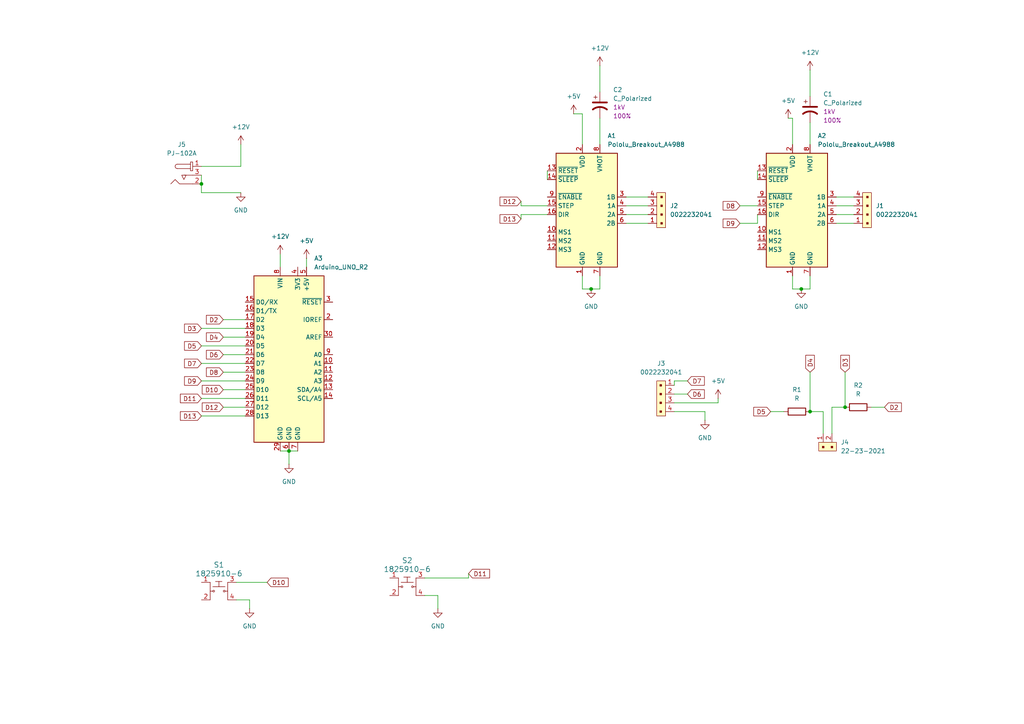
<source format=kicad_sch>
(kicad_sch (version 20231120) (generator "eeschema") (generator_version "8.0")
  (paper "A4")
  (title_block (title "FARESHARE") (date "2024-05-07") (rev "v 1.0") (company "Sussex University") (comment 1 "creativecommons.org/licenses/by/4.0/") (comment 2 "License CC BY 4.0") (comment 3 "Author Solomon Gitau"))
  (lib_symbols
    (symbol "Driver_Motor:Pololu_Breakout_A4988"
      (property "Reference" "A" (at -2.54 19.05 0))
      (property "Value" "Pololu_Breakout_A4988" (at -2.54 16.51 0))
      (symbol "Pololu_Breakout_A4988_0_1"
        (rectangle (start 10.16 -17.78) (end -7.62 15.24) (stroke (width 0.254)) (fill (type background)))
      )
      (symbol "Pololu_Breakout_A4988_1_1"
        (pin power_in line (at 0 -20.32 90) (length 2.54) (name "GND") (number "1"))
        (pin input line (at -10.16 -7.62 0) (length 2.54) (name "MS1") (number "10"))
        (pin input line (at -10.16 -10.16 0) (length 2.54) (name "MS2") (number "11"))
        (pin input line (at -10.16 -12.7 0) (length 2.54) (name "MS3") (number "12"))
        (pin input line (at -10.16 10.16 0) (length 2.54) (name "~{RESET}") (number "13"))
        (pin input line (at -10.16 7.62 0) (length 2.54) (name "~{SLEEP}") (number "14"))
        (pin input line (at -10.16 0 0) (length 2.54) (name "STEP") (number "15"))
        (pin input line (at -10.16 -2.54 0) (length 2.54) (name "DIR") (number "16"))
        (pin power_in line (at 0 17.78 270) (length 2.54) (name "VDD") (number "2"))
        (pin output line (at 12.7 2.54 180) (length 2.54) (name "1B") (number "3"))
        (pin output line (at 12.7 0 180) (length 2.54) (name "1A") (number "4"))
        (pin output line (at 12.7 -2.54 180) (length 2.54) (name "2A") (number "5"))
        (pin output line (at 12.7 -5.08 180) (length 2.54) (name "2B") (number "6"))
        (pin power_in line (at 5.08 -20.32 90) (length 2.54) (name "GND") (number "7"))
        (pin power_in line (at 5.08 17.78 270) (length 2.54) (name "VMOT") (number "8"))
        (pin input line (at -10.16 2.54 0) (length 2.54) (name "~{ENABLE}") (number "9"))
      )
    )
    (symbol "MCU_Module:Arduino_UNO_R2"
      (property "Reference" "A" (at -10.16 23.495 0))
      (property "Value" "Arduino_UNO_R2" (at 5.08 -26.67 0))
      (symbol "Arduino_UNO_R2_0_1"
        (rectangle (start -10.16 22.86) (end 10.16 -25.4) (stroke (width 0.254)) (fill (type background)))
      )
      (symbol "Arduino_UNO_R2_1_1"
        (pin no_connect line (at -10.16 -20.32 0) (length 2.54) hide (name "NC") (number "1"))
        (pin bidirectional line (at 12.7 -2.54 180) (length 2.54) (name "A1") (number "10"))
        (pin bidirectional line (at 12.7 -5.08 180) (length 2.54) (name "A2") (number "11"))
        (pin bidirectional line (at 12.7 -7.62 180) (length 2.54) (name "A3") (number "12"))
        (pin bidirectional line (at 12.7 -10.16 180) (length 2.54) (name "SDA/A4") (number "13"))
        (pin bidirectional line (at 12.7 -12.7 180) (length 2.54) (name "SCL/A5") (number "14"))
        (pin bidirectional line (at -12.7 15.24 0) (length 2.54) (name "D0/RX") (number "15"))
        (pin bidirectional line (at -12.7 12.7 0) (length 2.54) (name "D1/TX") (number "16"))
        (pin bidirectional line (at -12.7 10.16 0) (length 2.54) (name "D2") (number "17"))
        (pin bidirectional line (at -12.7 7.62 0) (length 2.54) (name "D3") (number "18"))
        (pin bidirectional line (at -12.7 5.08 0) (length 2.54) (name "D4") (number "19"))
        (pin output line (at 12.7 10.16 180) (length 2.54) (name "IOREF") (number "2"))
        (pin bidirectional line (at -12.7 2.54 0) (length 2.54) (name "D5") (number "20"))
        (pin bidirectional line (at -12.7 0 0) (length 2.54) (name "D6") (number "21"))
        (pin bidirectional line (at -12.7 -2.54 0) (length 2.54) (name "D7") (number "22"))
        (pin bidirectional line (at -12.7 -5.08 0) (length 2.54) (name "D8") (number "23"))
        (pin bidirectional line (at -12.7 -7.62 0) (length 2.54) (name "D9") (number "24"))
        (pin bidirectional line (at -12.7 -10.16 0) (length 2.54) (name "D10") (number "25"))
        (pin bidirectional line (at -12.7 -12.7 0) (length 2.54) (name "D11") (number "26"))
        (pin bidirectional line (at -12.7 -15.24 0) (length 2.54) (name "D12") (number "27"))
        (pin bidirectional line (at -12.7 -17.78 0) (length 2.54) (name "D13") (number "28"))
        (pin power_in line (at -2.54 -27.94 90) (length 2.54) (name "GND") (number "29"))
        (pin input line (at 12.7 15.24 180) (length 2.54) (name "~{RESET}") (number "3"))
        (pin input line (at 12.7 5.08 180) (length 2.54) (name "AREF") (number "30"))
        (pin power_out line (at 2.54 25.4 270) (length 2.54) (name "3V3") (number "4"))
        (pin power_out line (at 5.08 25.4 270) (length 2.54) (name "+5V") (number "5"))
        (pin power_in line (at 0 -27.94 90) (length 2.54) (name "GND") (number "6"))
        (pin power_in line (at 2.54 -27.94 90) (length 2.54) (name "GND") (number "7"))
        (pin power_in line (at -2.54 25.4 270) (length 2.54) (name "VIN") (number "8"))
        (pin bidirectional line (at 12.7 0 180) (length 2.54) (name "A0") (number "9"))
      )
    )
    (symbol "SparkFun-Capacitor:C_Polarized" (pin_numbers hide) (pin_names (offset 0.254) hide)
      (property "Reference" "C" (at 0.635 2.54 0))
      (property "Value" "C_Polarized" (at 0.635 -2.54 0))
      (property "Voltage" "1kV" (at 0 -7.62 0))
      (property "Tolerance" "100%" (at 0 -10.16 0))
      (symbol "C_Polarized_0_1"
        (polyline (pts (xy -2.032 0.762) (xy 2.032 0.762)) (stroke (width 0.508)))
        (polyline (pts (xy -1.778 2.286) (xy -0.762 2.286)))
        (polyline (pts (xy -1.27 1.778) (xy -1.27 2.794)))
        (arc (start 2.032 -1.27) (mid 0 -0.5572) (end -2.032 -1.27) (stroke (width 0.508)))
      )
      (symbol "C_Polarized_1_1"
        (pin passive line (at 0 3.81 270) (length 2.794) (name "~") (number "1"))
        (pin passive line (at 0 -3.81 90) (length 3.302) (name "~") (number "2"))
      )
    )
    (symbol "device:R" (pin_numbers hide) (pin_names (offset 0))
      (property "Reference" "R" (at 2.032 0 90))
      (property "Value" "R" (at 0 0 90))
      (symbol "R_0_1"
        (rectangle (start -1.016 -2.54) (end 1.016 2.54) (stroke (width 0.254)))
      )
      (symbol "R_1_1"
        (pin passive line (at 0 3.81 270) (length 1.27) (name "~") (number "1"))
        (pin passive line (at 0 -3.81 90) (length 1.27) (name "~") (number "2"))
      )
    )
    (symbol "dk_Barrel-Power-Connectors:PJ-102A" (pin_names (offset 1.016))
      (property "Reference" "J" (at 0 2.54 0))
      (property "Value" "PJ-102A" (at 0 -6.35 0))
      (symbol "PJ-102A_0_1"
        (arc (start -4.445 0.635) (mid -5.08 0) (end -4.445 -0.635))
        (rectangle (start -0.635 1.27) (end 0 -1.27))
        (polyline (pts (xy -0.635 -0.635) (xy -4.445 -0.635)))
        (polyline (pts (xy -0.635 0.635) (xy -4.445 0.635)))
        (polyline (pts (xy 0 -2.54) (xy -1.27 -2.54) (xy -2.54 -2.54)))
        (polyline (pts (xy 0 -5.08) (xy -3.81 -5.08) (xy -5.08 -3.81) (xy -6.35 -5.08)))
        (polyline (pts (xy -2.54 -2.54) (xy -3.175 -2.54) (xy -2.54 -3.81) (xy -1.905 -2.54) (xy -2.54 -2.54)))
      )
      (symbol "PJ-102A_1_1"
        (pin passive line (at 2.54 0 180) (length 2.54) (name "~") (number "1"))
        (pin passive line (at 2.54 -5.08 180) (length 2.54) (name "~") (number "2"))
        (pin passive line (at 2.54 -2.54 180) (length 2.54) (name "~") (number "3"))
      )
    )
    (symbol "dk_Rectangular-Connectors-Headers-Male-Pins:0022232041" (pin_names (offset 1.016))
      (property "Reference" "J" (at -2.54 1.27 0))
      (property "Value" "0022232041" (at 3.81 -3.81 0))
      (symbol "0022232041_1_1"
        (rectangle (start -1.27 0) (end 8.89 -2.54) (fill (type background)))
        (rectangle (start -0.254 -1.143) (end 0.254 -1.651) (fill (type outline)))
        (rectangle (start 2.286 -1.143) (end 2.794 -1.651) (fill (type outline)))
        (rectangle (start 4.826 -1.143) (end 5.334 -1.651) (fill (type outline)))
        (rectangle (start 7.366 -1.143) (end 7.874 -1.651) (fill (type outline)))
        (pin passive line (at 0 2.54 270) (length 2.54) (name "~") (number "1"))
        (pin passive line (at 2.54 2.54 270) (length 2.54) (name "~") (number "2"))
        (pin passive line (at 5.08 2.54 270) (length 2.54) (name "~") (number "3"))
        (pin passive line (at 7.62 2.54 270) (length 2.54) (name "~") (number "4"))
      )
    )
    (symbol "dk_Rectangular-Connectors-Headers-Male-Pins:22-23-2021" (pin_names (offset 1.016))
      (property "Reference" "J" (at -2.54 1.27 0))
      (property "Value" "22-23-2021" (at 1.27 -3.81 0))
      (symbol "22-23-2021_1_1"
        (rectangle (start -1.27 0) (end 3.81 -2.54) (fill (type background)))
        (rectangle (start -0.254 -1.143) (end 0.254 -1.651) (fill (type outline)))
        (rectangle (start 2.286 -1.143) (end 2.794 -1.651) (fill (type outline)))
        (pin passive line (at 0 2.54 270) (length 2.54) (name "~") (number "1"))
        (pin passive line (at 2.54 2.54 270) (length 2.54) (name "~") (number "2"))
      )
    )
    (symbol "dk_Tactile-Switches:1825910-6" (pin_names (offset 1.016))
      (property "Reference" "S" (at 0 4.572 0))
      (property "Value" "1825910-6" (at 0.127 -5.08 0))
      (symbol "1825910-6_0_1"
        (circle (center -1.524 0) (radius 0.254))
        (polyline (pts (xy -2.54 2.54) (xy -2.54 -2.54)))
        (polyline (pts (xy -1.778 0) (xy -2.54 0)))
        (polyline (pts (xy -1.778 1.27) (xy 1.778 1.27)))
        (polyline (pts (xy 2.54 -2.54) (xy 2.54 2.54)))
        (polyline (pts (xy 2.54 0) (xy 1.778 0)))
        (circle (center 1.524 0) (radius 0.254))
      )
      (symbol "1825910-6_1_1"
        (polyline (pts (xy -1.016 2.794) (xy 0.889 2.794)))
        (polyline (pts (xy 0 2.794) (xy 0 1.27)))
        (pin passive line (at -5.08 2.54 0) (length 2.54) (name "~") (number "1"))
        (pin passive line (at -5.08 -2.54 0) (length 2.54) (name "~") (number "2"))
        (pin passive line (at 5.08 2.54 180) (length 2.54) (name "~") (number "3"))
        (pin passive line (at 5.08 -2.54 180) (length 2.54) (name "~") (number "4"))
      )
    )
    (symbol "power:+12V" (power) (pin_numbers hide) (pin_names (offset 0) hide)
      (property "Value" "+12V" (at 0 3.556 0))
      (symbol "+12V_0_1"
        (polyline (pts (xy -0.762 1.27) (xy 0 2.54)))
        (polyline (pts (xy 0 0) (xy 0 2.54)))
        (polyline (pts (xy 0 2.54) (xy 0.762 1.27)))
      )
      (symbol "+12V_1_1"
        (pin power_in line (at 0 0 90) (length 0) (name "~") (number "1"))
      )
    )
    (symbol "power:+5V" (power) (pin_numbers hide) (pin_names (offset 0) hide)
      (property "Value" "+5V" (at 0 3.556 0))
      (symbol "+5V_0_1"
        (polyline (pts (xy -0.762 1.27) (xy 0 2.54)))
        (polyline (pts (xy 0 0) (xy 0 2.54)))
        (polyline (pts (xy 0 2.54) (xy 0.762 1.27)))
      )
      (symbol "+5V_1_1"
        (pin power_in line (at 0 0 90) (length 0) (name "~") (number "1"))
      )
    )
    (symbol "power:GND" (power) (pin_numbers hide) (pin_names (offset 0) hide)
      (property "Value" "GND" (at 0 -3.81 0))
      (symbol "GND_0_1"
        (polyline (pts (xy 0 0) (xy 0 -1.27) (xy 1.27 -1.27) (xy 0 -2.54) (xy -1.27 -1.27) (xy 0 -1.27)))
      )
      (symbol "GND_1_1"
        (pin power_in line (at 0 0 270) (length 0) (name "~") (number "1"))
      )
    )
  )
  (junction (at 58.42 53.34))
  (junction (at 232.41 83.82))
  (junction (at 245.11 118.11))
  (junction (at 171.45 83.82))
  (junction (at 234.95 119.38))
  (junction (at 83.82 130.81))
  (wire (pts (xy 151.13 62.23) (xy 158.75 62.23)))
  (wire (pts (xy 219.71 49.53) (xy 219.71 52.07)))
  (wire (pts (xy 58.42 120.65) (xy 71.12 120.65)))
  (wire (pts (xy 123.19 167.64) (xy 135.89 167.64)))
  (wire (pts (xy 234.95 107.95) (xy 234.95 119.38)))
  (wire (pts (xy 234.95 83.82) (xy 234.95 80.01)))
  (wire (pts (xy 181.61 59.69) (xy 187.96 59.69)))
  (wire (pts (xy 158.75 49.53) (xy 158.75 52.07)))
  (wire (pts (xy 58.42 100.33) (xy 71.12 100.33)))
  (wire (pts (xy 229.87 83.82) (xy 232.41 83.82)))
  (wire (pts (xy 135.89 167.64) (xy 135.89 166.37)))
  (wire (pts (xy 168.91 41.91) (xy 168.91 33.02)))
  (wire (pts (xy 168.91 33.02) (xy 166.37 33.02)))
  (wire (pts (xy 173.99 34.29) (xy 173.99 41.91)))
  (wire (pts (xy 64.77 97.79) (xy 71.12 97.79)))
  (wire (pts (xy 242.57 64.77) (xy 247.65 64.77)))
  (wire (pts (xy 68.58 168.91) (xy 77.47 168.91)))
  (wire (pts (xy 69.85 48.26) (xy 69.85 41.91)))
  (wire (pts (xy 245.11 107.95) (xy 245.11 118.11)))
  (wire (pts (xy 173.99 83.82) (xy 173.99 80.01)))
  (wire (pts (xy 88.9 74.93) (xy 88.9 77.47)))
  (wire (pts (xy 151.13 63.5) (xy 151.13 62.23)))
  (wire (pts (xy 72.39 173.99) (xy 72.39 176.53)))
  (wire (pts (xy 242.57 62.23) (xy 247.65 62.23)))
  (wire (pts (xy 81.28 73.66) (xy 81.28 77.47)))
  (wire (pts (xy 195.58 111.76) (xy 195.58 110.49)))
  (wire (pts (xy 58.42 55.88) (xy 69.85 55.88)))
  (wire (pts (xy 58.42 53.34) (xy 58.42 55.88)))
  (wire (pts (xy 64.77 118.11) (xy 71.12 118.11)))
  (wire (pts (xy 83.82 130.81) (xy 83.82 134.62)))
  (wire (pts (xy 83.82 130.81) (xy 86.36 130.81)))
  (wire (pts (xy 195.58 110.49) (xy 199.39 110.49)))
  (wire (pts (xy 58.42 115.57) (xy 71.12 115.57)))
  (wire (pts (xy 58.42 95.25) (xy 71.12 95.25)))
  (wire (pts (xy 219.71 62.23) (xy 219.71 64.77)))
  (wire (pts (xy 241.3 118.11) (xy 245.11 118.11)))
  (wire (pts (xy 123.19 172.72) (xy 127 172.72)))
  (wire (pts (xy 229.87 34.29) (xy 228.6 34.29)))
  (wire (pts (xy 234.95 20.32) (xy 234.95 27.94)))
  (wire (pts (xy 181.61 57.15) (xy 187.96 57.15)))
  (wire (pts (xy 151.13 58.42) (xy 151.13 59.69)))
  (wire (pts (xy 181.61 64.77) (xy 187.96 64.77)))
  (wire (pts (xy 68.58 173.99) (xy 72.39 173.99)))
  (wire (pts (xy 223.52 119.38) (xy 227.33 119.38)))
  (wire (pts (xy 195.58 119.38) (xy 204.47 119.38)))
  (wire (pts (xy 234.95 35.56) (xy 234.95 41.91)))
  (wire (pts (xy 127 172.72) (xy 127 176.53)))
  (wire (pts (xy 58.42 110.49) (xy 71.12 110.49)))
  (wire (pts (xy 242.57 57.15) (xy 247.65 57.15)))
  (wire (pts (xy 64.77 102.87) (xy 71.12 102.87)))
  (wire (pts (xy 229.87 80.01) (xy 229.87 83.82)))
  (wire (pts (xy 181.61 62.23) (xy 187.96 62.23)))
  (wire (pts (xy 168.91 80.01) (xy 168.91 83.82)))
  (wire (pts (xy 238.76 125.73) (xy 238.76 119.38)))
  (wire (pts (xy 229.87 41.91) (xy 229.87 34.29)))
  (wire (pts (xy 58.42 50.8) (xy 58.42 53.34)))
  (wire (pts (xy 208.28 116.84) (xy 208.28 115.57)))
  (wire (pts (xy 58.42 105.41) (xy 71.12 105.41)))
  (wire (pts (xy 232.41 83.82) (xy 234.95 83.82)))
  (wire (pts (xy 242.57 59.69) (xy 247.65 59.69)))
  (wire (pts (xy 252.73 118.11) (xy 256.54 118.11)))
  (wire (pts (xy 151.13 59.69) (xy 158.75 59.69)))
  (wire (pts (xy 173.99 19.05) (xy 173.99 26.67)))
  (wire (pts (xy 64.77 113.03) (xy 71.12 113.03)))
  (wire (pts (xy 241.3 125.73) (xy 241.3 118.11)))
  (wire (pts (xy 64.77 92.71) (xy 71.12 92.71)))
  (wire (pts (xy 219.71 64.77) (xy 214.63 64.77)))
  (wire (pts (xy 171.45 83.82) (xy 173.99 83.82)))
  (wire (pts (xy 204.47 119.38) (xy 204.47 121.92)))
  (wire (pts (xy 214.63 59.69) (xy 219.71 59.69)))
  (wire (pts (xy 195.58 114.3) (xy 199.39 114.3)))
  (wire (pts (xy 168.91 83.82) (xy 171.45 83.82)))
  (wire (pts (xy 58.42 48.26) (xy 69.85 48.26)))
  (wire (pts (xy 81.28 130.81) (xy 83.82 130.81)))
  (wire (pts (xy 195.58 116.84) (xy 208.28 116.84)))
  (wire (pts (xy 64.77 107.95) (xy 71.12 107.95)))
  (wire (pts (xy 238.76 119.38) (xy 234.95 119.38)))
  (global_label "D4" (shape input) (at 64.77 97.79 180) (property "Intersheetrefs" "${INTERSHEET_REFS}" (effects (hide yes))))
  (global_label "D11" (shape input) (at 58.42 115.57 180) (property "Intersheetrefs" "${INTERSHEET_REFS}" (effects (hide yes))))
  (global_label "D10" (shape input) (at 77.47 168.91 0) (property "Intersheetrefs" "${INTERSHEET_REFS}" (effects (hide yes))))
  (global_label "D5" (shape input) (at 223.52 119.38 180) (property "Intersheetrefs" "${INTERSHEET_REFS}" (effects (hide yes))))
  (global_label "D13" (shape input) (at 151.13 63.5 180) (property "Intersheetrefs" "${INTERSHEET_REFS}" (effects (hide yes))))
  (global_label "D3" (shape input) (at 58.42 95.25 180) (property "Intersheetrefs" "${INTERSHEET_REFS}" (effects (hide yes))))
  (global_label "D6" (shape input) (at 199.39 114.3 0) (property "Intersheetrefs" "${INTERSHEET_REFS}" (effects (hide yes))))
  (global_label "D9" (shape input) (at 58.42 110.49 180) (property "Intersheetrefs" "${INTERSHEET_REFS}" (effects (hide yes))))
  (global_label "D6" (shape input) (at 64.77 102.87 180) (property "Intersheetrefs" "${INTERSHEET_REFS}" (effects (hide yes))))
  (global_label "D9" (shape input) (at 214.63 64.77 180) (property "Intersheetrefs" "${INTERSHEET_REFS}" (effects (hide yes))))
  (global_label "D3" (shape input) (at 245.11 107.95 90) (property "Intersheetrefs" "${INTERSHEET_REFS}" (effects (hide yes))))
  (global_label "D10" (shape input) (at 64.77 113.03 180) (property "Intersheetrefs" "${INTERSHEET_REFS}" (effects (hide yes))))
  (global_label "D12" (shape input) (at 151.13 58.42 180) (property "Intersheetrefs" "${INTERSHEET_REFS}" (effects (hide yes))))
  (global_label "D7" (shape input) (at 58.42 105.41 180) (property "Intersheetrefs" "${INTERSHEET_REFS}" (effects (hide yes))))
  (global_label "D11" (shape input) (at 135.89 166.37 0) (property "Intersheetrefs" "${INTERSHEET_REFS}" (effects (hide yes))))
  (global_label "D8" (shape input) (at 64.77 107.95 180) (property "Intersheetrefs" "${INTERSHEET_REFS}" (effects (hide yes))))
  (global_label "D13" (shape input) (at 58.42 120.65 180) (property "Intersheetrefs" "${INTERSHEET_REFS}" (effects (hide yes))))
  (global_label "D2" (shape input) (at 256.54 118.11 0) (property "Intersheetrefs" "${INTERSHEET_REFS}" (effects (hide yes))))
  (global_label "D8" (shape input) (at 214.63 59.69 180) (property "Intersheetrefs" "${INTERSHEET_REFS}" (effects (hide yes))))
  (global_label "D4" (shape input) (at 234.95 107.95 90) (property "Intersheetrefs" "${INTERSHEET_REFS}" (effects (hide yes))))
  (global_label "D12" (shape input) (at 64.77 118.11 180) (property "Intersheetrefs" "${INTERSHEET_REFS}" (effects (hide yes))))
  (global_label "D2" (shape input) (at 64.77 92.71 180) (property "Intersheetrefs" "${INTERSHEET_REFS}" (effects (hide yes))))
  (global_label "D5" (shape input) (at 58.42 100.33 180) (property "Intersheetrefs" "${INTERSHEET_REFS}" (effects (hide yes))))
  (global_label "D7" (shape input) (at 199.39 110.49 0) (property "Intersheetrefs" "${INTERSHEET_REFS}" (effects (hide yes))))
  (symbol (lib_id "power:+12V") (at 81.28 73.66 0) (unit 1)
    (property "Reference" "#PWR013" (effects (hide yes)))
    (property "Value" "+12V" (at 81.28 68.58 0))
    (property "Description" "Power symbol creates a global label with name \"+12V\"" (effects (hide yes)))
  )
  (symbol (lib_id "dk_Tactile-Switches:1825910-6") (at 118.11 170.18 0) (unit 1)
    (property "Reference" "S2" (at 118.11 162.56 0) (effects (font (size 1.524 1.524))))
    (property "Value" "1825910-6" (at 118.11 165.1 0) (effects (font (size 1.524 1.524))))
    (property "Footprint" "digikey-footprints:Switch_Tactile_THT_6x6mm" (effects (hide yes)))
    (property "Datasheet" "https://www.te.com/commerce/DocumentDelivery/DDEController?Action=srchrtrv&DocNm=1825910&DocType=Customer+Drawing&DocLang=English" (effects (hide yes)))
    (property "Description" "SWITCH TACTILE SPST-NO 0.05A 24V" (effects (hide yes)))
    (property "MPN" "1825910-6" (effects (hide yes)))
    (property "Category" "Switches" (effects (hide yes)))
    (property "Family" "Tactile Switches" (effects (hide yes)))
    (property "DK_Datasheet_Link" "https://www.te.com/commerce/DocumentDelivery/DDEController?Action=srchrtrv&DocNm=1825910&DocType=Customer+Drawing&DocLang=English" (effects (hide yes)))
    (property "DK_Detail_Page" "/product-detail/en/te-connectivity-alcoswitch-switches/1825910-6/450-1650-ND/1632536" (effects (hide yes)))
    (property "Description_1" "SWITCH TACTILE SPST-NO 0.05A 24V" (effects (hide yes)))
    (property "Manufacturer" "TE Connectivity ALCOSWITCH Switches" (effects (hide yes)))
    (property "Status" "Active" (effects (hide yes)))
  )
  (symbol (lib_id "dk_Rectangular-Connectors-Headers-Male-Pins:22-23-2021") (at 238.76 128.27 0) (unit 1)
    (property "Reference" "J4" (at 243.84 128.2699 0) (effects (justify left)))
    (property "Value" "22-23-2021" (at 243.84 130.8099 0) (effects (justify left)))
    (property "Footprint" "digikey-footprints:PinHeader_1x2_P2.54mm_Drill1.02mm" (effects (hide yes)))
    (property "Datasheet" "https://media.digikey.com/pdf/Data%20Sheets/Molex%20PDFs/A-6373-N_Series_Dwg_2010-12-03.pdf" (effects (hide yes)))
    (property "Description" "CONN HEADER VERT 2POS 2.54MM" (effects (hide yes)))
    (property "MPN" "22-23-2021" (effects (hide yes)))
    (property "Category" "Connectors, Interconnects" (effects (hide yes)))
    (property "Family" "Rectangular Connectors - Headers, Male Pins" (effects (hide yes)))
    (property "DK_Datasheet_Link" "https://media.digikey.com/pdf/Data%20Sheets/Molex%20PDFs/A-6373-N_Series_Dwg_2010-12-03.pdf" (effects (hide yes)))
    (property "DK_Detail_Page" "/product-detail/en/molex/22-23-2021/WM4200-ND/26667" (effects (hide yes)))
    (property "Description_1" "CONN HEADER VERT 2POS 2.54MM" (effects (hide yes)))
    (property "Manufacturer" "Molex" (effects (hide yes)))
    (property "Status" "Active" (effects (hide yes)))
  )
  (symbol (lib_id "SparkFun-Capacitor:C_Polarized") (at 234.95 31.75 0) (unit 1)
    (property "Reference" "C1" (at 238.76 27.3049 0) (effects (justify left)))
    (property "Value" "C_Polarized" (at 238.76 29.8449 0) (effects (justify left)))
    (property "Footprint" "Capacitor_THT:CP_Radial_D5.0mm_P2.00mm" (effects (hide yes)))
    (property "Datasheet" "https://cdn.sparkfun.com/assets/8/a/4/a/5/Kemet_Capacitor_Datasheet.pdf" (effects (hide yes)))
    (property "Description" "Polarized capacitor, US symbol" (effects (hide yes)))
    (property "PROD_ID" "CAP-00000" (effects (hide yes)))
    (property "Voltage" "1kV" (at 238.76 32.3849 0) (effects (justify left)))
    (property "Tolerance" "100%" (at 238.76 34.9249 0) (effects (justify left)))
  )
  (symbol (lib_id "power:+12V") (at 69.85 41.91 0) (unit 1)
    (property "Reference" "#PWR04" (effects (hide yes)))
    (property "Value" "+12V" (at 69.85 36.83 0))
    (property "Description" "Power symbol creates a global label with name \"+12V\"" (effects (hide yes)))
  )
  (symbol (lib_id "power:+5V") (at 228.6 34.29 0) (unit 1)
    (property "Reference" "#PWR03" (effects (hide yes)))
    (property "Value" "+5V" (at 228.6 29.21 0))
    (property "Description" "Power symbol creates a global label with name \"+5V\"" (effects (hide yes)))
  )
  (symbol (lib_id "dk_Barrel-Power-Connectors:PJ-102A") (at 55.88 48.26 0) (unit 1)
    (property "Reference" "J5" (at 52.705 41.91 0))
    (property "Value" "PJ-102A" (at 52.705 44.45 0))
    (property "Footprint" "digikey-footprints:Barrel_Jack_5.5mmODx2.1mmID_PJ-102A" (effects (hide yes)))
    (property "Datasheet" "https://www.cui.com/product/resource/digikeypdf/pj-102a.pdf" (effects (hide yes)))
    (property "Description" "CONN PWR JACK 2X5.5MM SOLDER" (effects (hide yes)))
    (property "MPN" "PJ-102A" (effects (hide yes)))
    (property "Category" "Connectors, Interconnects" (effects (hide yes)))
    (property "Family" "Barrel - Power Connectors" (effects (hide yes)))
    (property "DK_Datasheet_Link" "https://www.cui.com/product/resource/digikeypdf/pj-102a.pdf" (effects (hide yes)))
    (property "DK_Detail_Page" "/product-detail/en/cui-inc/PJ-102A/CP-102A-ND/275425" (effects (hide yes)))
    (property "Description_1" "CONN PWR JACK 2X5.5MM SOLDER" (effects (hide yes)))
    (property "Manufacturer" "CUI Inc." (effects (hide yes)))
    (property "Status" "Active" (effects (hide yes)))
  )
  (symbol (lib_id "power:+12V") (at 173.99 19.05 0) (unit 1)
    (property "Reference" "#PWR06" (effects (hide yes)))
    (property "Value" "+12V" (at 173.99 13.97 0))
    (property "Description" "Power symbol creates a global label with name \"+12V\"" (effects (hide yes)))
  )
  (symbol (lib_id "power:GND") (at 204.47 121.92 0) (unit 1)
    (property "Reference" "#PWR010" (effects (hide yes)))
    (property "Value" "GND" (at 204.47 127 0))
    (property "Description" "Power symbol creates a global label with name \"GND\" , ground" (effects (hide yes)))
  )
  (symbol (lib_id "MCU_Module:Arduino_UNO_R2") (at 83.82 102.87 0) (unit 1)
    (property "Reference" "A3" (at 91.0941 74.93 0) (effects (justify left)))
    (property "Value" "Arduino_UNO_R2" (at 91.0941 77.47 0) (effects (justify left)))
    (property "Footprint" "Module:Arduino_UNO_R2" (effects (hide yes)))
    (property "Datasheet" "https://www.arduino.cc/en/Main/arduinoBoardUno" (effects (hide yes)))
    (property "Description" "Arduino UNO Microcontroller Module, release 2" (effects (hide yes)))
  )
  (symbol (lib_id "power:GND") (at 127 176.53 0) (unit 1)
    (property "Reference" "#PWR012" (effects (hide yes)))
    (property "Value" "GND" (at 127 181.61 0))
    (property "Description" "Power symbol creates a global label with name \"GND\" , ground" (effects (hide yes)))
  )
  (symbol (lib_id "power:GND") (at 171.45 83.82 0) (unit 1)
    (property "Reference" "#PWR08" (effects (hide yes)))
    (property "Value" "GND" (at 171.45 88.9 0))
    (property "Description" "Power symbol creates a global label with name \"GND\" , ground" (effects (hide yes)))
  )
  (symbol (lib_id "power:+5V") (at 208.28 115.57 0) (unit 1)
    (property "Reference" "#PWR01" (effects (hide yes)))
    (property "Value" "+5V" (at 208.28 110.49 0))
    (property "Description" "Power symbol creates a global label with name \"+5V\"" (effects (hide yes)))
  )
  (symbol (lib_id "power:+5V") (at 88.9 74.93 0) (unit 1)
    (property "Reference" "#PWR014" (effects (hide yes)))
    (property "Value" "+5V" (at 88.9 69.85 0))
    (property "Description" "Power symbol creates a global label with name \"+5V\"" (effects (hide yes)))
  )
  (symbol (lib_id "dk_Rectangular-Connectors-Headers-Male-Pins:0022232041") (at 193.04 111.76 270) (unit 1)
    (property "Reference" "J3" (at 191.77 105.41 90))
    (property "Value" "0022232041" (at 191.77 107.95 90))
    (property "Footprint" "digikey-footprints:PinHeader_1x4_P2.54mm_Drill1.02mm" (effects (hide yes)))
    (property "Datasheet" "https://www.molex.com/pdm_docs/sd/022232041_sd.pdf" (effects (hide yes)))
    (property "Description" "CONN HEADER VERT 4POS 2.54MM" (effects (hide yes)))
    (property "MPN" "0022232041" (effects (hide yes)))
    (property "Category" "Connectors, Interconnects" (effects (hide yes)))
    (property "Family" "Rectangular Connectors - Headers, Male Pins" (effects (hide yes)))
    (property "DK_Datasheet_Link" "https://www.molex.com/pdm_docs/sd/022232041_sd.pdf" (effects (hide yes)))
    (property "DK_Detail_Page" "/product-detail/en/molex/0022232041/WM4202-ND/26671" (effects (hide yes)))
    (property "Description_1" "CONN HEADER VERT 4POS 2.54MM" (effects (hide yes)))
    (property "Manufacturer" "Molex" (effects (hide yes)))
    (property "Status" "Active" (effects (hide yes)))
  )
  (symbol (lib_id "device:R") (at 231.14 119.38 90) (unit 1)
    (property "Reference" "R1" (at 231.14 113.03 90))
    (property "Value" "R" (at 231.14 115.57 90))
    (property "Footprint" "Resistor_THT:R_Axial_DIN0207_L6.3mm_D2.5mm_P7.62mm_Horizontal" (effects (hide yes)))
    (property "Description" "Resistor" (effects (hide yes)))
  )
  (symbol (lib_id "power:GND") (at 83.82 134.62 0) (unit 1)
    (property "Reference" "#PWR015" (effects (hide yes)))
    (property "Value" "GND" (at 83.82 139.7 0))
    (property "Description" "Power symbol creates a global label with name \"GND\" , ground" (effects (hide yes)))
  )
  (symbol (lib_id "SparkFun-Capacitor:C_Polarized") (at 173.99 30.48 0) (unit 1)
    (property "Reference" "C2" (at 177.8 26.0349 0) (effects (justify left)))
    (property "Value" "C_Polarized" (at 177.8 28.5749 0) (effects (justify left)))
    (property "Footprint" "Capacitor_THT:CP_Radial_D5.0mm_P2.00mm" (effects (hide yes)))
    (property "Datasheet" "https://cdn.sparkfun.com/assets/8/a/4/a/5/Kemet_Capacitor_Datasheet.pdf" (effects (hide yes)))
    (property "Description" "Polarized capacitor, US symbol" (effects (hide yes)))
    (property "PROD_ID" "CAP-00000" (effects (hide yes)))
    (property "Voltage" "1kV" (at 177.8 31.1149 0) (effects (justify left)))
    (property "Tolerance" "100%" (at 177.8 33.6549 0) (effects (justify left)))
  )
  (symbol (lib_id "power:+5V") (at 166.37 33.02 0) (unit 1)
    (property "Reference" "#PWR02" (effects (hide yes)))
    (property "Value" "+5V" (at 166.37 27.94 0))
    (property "Description" "Power symbol creates a global label with name \"+5V\"" (effects (hide yes)))
  )
  (symbol (lib_id "power:GND") (at 72.39 176.53 0) (unit 1)
    (property "Reference" "#PWR011" (effects (hide yes)))
    (property "Value" "GND" (at 72.39 181.61 0))
    (property "Description" "Power symbol creates a global label with name \"GND\" , ground" (effects (hide yes)))
  )
  (symbol (lib_id "Driver_Motor:Pololu_Breakout_A4988") (at 168.91 59.69 0) (unit 1)
    (property "Reference" "A1" (at 176.1841 39.37 0) (effects (justify left)))
    (property "Value" "Pololu_Breakout_A4988" (at 176.1841 41.91 0) (effects (justify left)))
    (property "Footprint" "Module:Pololu_Breakout-16_15.2x20.3mm" (effects (hide yes)))
    (property "Datasheet" "https://www.pololu.com/product/2980/pictures" (effects (hide yes)))
    (property "Description" "Pololu Breakout Board, Stepper Driver A4988" (effects (hide yes)))
  )
  (symbol (lib_id "power:GND") (at 232.41 83.82 0) (unit 1)
    (property "Reference" "#PWR09" (effects (hide yes)))
    (property "Value" "GND" (at 232.41 88.9 0))
    (property "Description" "Power symbol creates a global label with name \"GND\" , ground" (effects (hide yes)))
  )
  (symbol (lib_id "dk_Rectangular-Connectors-Headers-Male-Pins:0022232041") (at 250.19 64.77 90) (unit 1)
    (property "Reference" "J1" (at 254 59.6899 90) (effects (justify right)))
    (property "Value" "0022232041" (at 254 62.2299 90) (effects (justify right)))
    (property "Footprint" "digikey-footprints:PinHeader_1x4_P2.54mm_Drill1.02mm" (effects (hide yes)))
    (property "Datasheet" "https://www.molex.com/pdm_docs/sd/022232041_sd.pdf" (effects (hide yes)))
    (property "Description" "CONN HEADER VERT 4POS 2.54MM" (effects (hide yes)))
    (property "MPN" "0022232041" (effects (hide yes)))
    (property "Category" "Connectors, Interconnects" (effects (hide yes)))
    (property "Family" "Rectangular Connectors - Headers, Male Pins" (effects (hide yes)))
    (property "DK_Datasheet_Link" "https://www.molex.com/pdm_docs/sd/022232041_sd.pdf" (effects (hide yes)))
    (property "DK_Detail_Page" "/product-detail/en/molex/0022232041/WM4202-ND/26671" (effects (hide yes)))
    (property "Description_1" "CONN HEADER VERT 4POS 2.54MM" (effects (hide yes)))
    (property "Manufacturer" "Molex" (effects (hide yes)))
    (property "Status" "Active" (effects (hide yes)))
  )
  (symbol (lib_id "dk_Tactile-Switches:1825910-6") (at 63.5 171.45 0) (unit 1)
    (property "Reference" "S1" (at 63.5 163.83 0) (effects (font (size 1.524 1.524))))
    (property "Value" "1825910-6" (at 63.5 166.37 0) (effects (font (size 1.524 1.524))))
    (property "Footprint" "digikey-footprints:Switch_Tactile_THT_6x6mm" (effects (hide yes)))
    (property "Datasheet" "https://www.te.com/commerce/DocumentDelivery/DDEController?Action=srchrtrv&DocNm=1825910&DocType=Customer+Drawing&DocLang=English" (effects (hide yes)))
    (property "Description" "SWITCH TACTILE SPST-NO 0.05A 24V" (effects (hide yes)))
    (property "MPN" "1825910-6" (effects (hide yes)))
    (property "Category" "Switches" (effects (hide yes)))
    (property "Family" "Tactile Switches" (effects (hide yes)))
    (property "DK_Datasheet_Link" "https://www.te.com/commerce/DocumentDelivery/DDEController?Action=srchrtrv&DocNm=1825910&DocType=Customer+Drawing&DocLang=English" (effects (hide yes)))
    (property "DK_Detail_Page" "/product-detail/en/te-connectivity-alcoswitch-switches/1825910-6/450-1650-ND/1632536" (effects (hide yes)))
    (property "Description_1" "SWITCH TACTILE SPST-NO 0.05A 24V" (effects (hide yes)))
    (property "Manufacturer" "TE Connectivity ALCOSWITCH Switches" (effects (hide yes)))
    (property "Status" "Active" (effects (hide yes)))
  )
  (symbol (lib_id "power:GND") (at 69.85 55.88 0) (unit 1)
    (property "Reference" "#PWR07" (effects (hide yes)))
    (property "Value" "GND" (at 69.85 60.96 0))
    (property "Description" "Power symbol creates a global label with name \"GND\" , ground" (effects (hide yes)))
  )
  (symbol (lib_id "Driver_Motor:Pololu_Breakout_A4988") (at 229.87 59.69 0) (unit 1)
    (property "Reference" "A2" (at 237.1441 39.37 0) (effects (justify left)))
    (property "Value" "Pololu_Breakout_A4988" (at 237.1441 41.91 0) (effects (justify left)))
    (property "Footprint" "Module:Pololu_Breakout-16_15.2x20.3mm" (effects (hide yes)))
    (property "Datasheet" "https://www.pololu.com/product/2980/pictures" (effects (hide yes)))
    (property "Description" "Pololu Breakout Board, Stepper Driver A4988" (effects (hide yes)))
  )
  (symbol (lib_id "dk_Rectangular-Connectors-Headers-Male-Pins:0022232041") (at 190.5 64.77 90) (unit 1)
    (property "Reference" "J2" (at 194.31 59.6899 90) (effects (justify right)))
    (property "Value" "0022232041" (at 194.31 62.2299 90) (effects (justify right)))
    (property "Footprint" "digikey-footprints:PinHeader_1x4_P2.54mm_Drill1.02mm" (effects (hide yes)))
    (property "Datasheet" "https://www.molex.com/pdm_docs/sd/022232041_sd.pdf" (effects (hide yes)))
    (property "Description" "CONN HEADER VERT 4POS 2.54MM" (effects (hide yes)))
    (property "MPN" "0022232041" (effects (hide yes)))
    (property "Category" "Connectors, Interconnects" (effects (hide yes)))
    (property "Family" "Rectangular Connectors - Headers, Male Pins" (effects (hide yes)))
    (property "DK_Datasheet_Link" "https://www.molex.com/pdm_docs/sd/022232041_sd.pdf" (effects (hide yes)))
    (property "DK_Detail_Page" "/product-detail/en/molex/0022232041/WM4202-ND/26671" (effects (hide yes)))
    (property "Description_1" "CONN HEADER VERT 4POS 2.54MM" (effects (hide yes)))
    (property "Manufacturer" "Molex" (effects (hide yes)))
    (property "Status" "Active" (effects (hide yes)))
  )
  (symbol (lib_id "power:+12V") (at 234.95 20.32 0) (unit 1)
    (property "Reference" "#PWR05" (effects (hide yes)))
    (property "Value" "+12V" (at 234.95 15.24 0))
    (property "Description" "Power symbol creates a global label with name \"+12V\"" (effects (hide yes)))
  )
  (symbol (lib_id "device:R") (at 248.92 118.11 90) (unit 1)
    (property "Reference" "R2" (at 248.92 111.76 90))
    (property "Value" "R" (at 248.92 114.3 90))
    (property "Footprint" "Resistor_THT:R_Axial_DIN0207_L6.3mm_D2.5mm_P7.62mm_Horizontal" (effects (hide yes)))
    (property "Description" "Resistor" (effects (hide yes)))
  )
)
</source>
